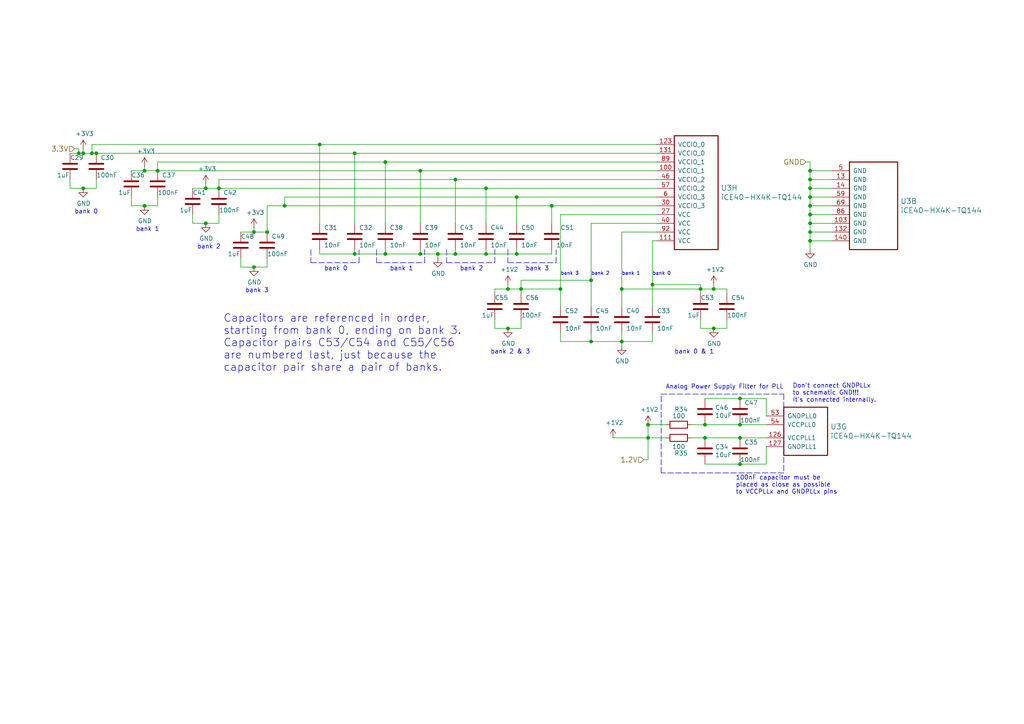
<source format=kicad_sch>
(kicad_sch (version 20231120) (generator "eeschema") (generator_version "8.0")
  (paper "A4")
  (title_block (title "FPGA Decoupling") (date "2020-04-19") (rev "1.2") (company "UTN - Facultad Regional Haedo - Grupo ASE"))
  (junction (at 234.95 69.85))
  (junction (at 77.47 67.31))
  (junction (at 27.94 44.45))
  (junction (at 160.02 59.69))
  (junction (at 22.86 44.45))
  (junction (at 73.66 77.47))
  (junction (at 102.87 73.66))
  (junction (at 207.01 83.82))
  (junction (at 162.56 83.82))
  (junction (at 121.92 49.53))
  (junction (at 111.76 73.66))
  (junction (at 180.34 99.06))
  (junction (at 41.91 49.53))
  (junction (at 102.87 44.45))
  (junction (at 45.72 49.53))
  (junction (at 234.95 52.07))
  (junction (at 204.47 123.19))
  (junction (at 234.95 54.61))
  (junction (at 187.96 123.19))
  (junction (at 151.13 83.82))
  (junction (at 24.13 44.45))
  (junction (at 147.32 95.25))
  (junction (at 234.95 62.23))
  (junction (at 24.13 54.61))
  (junction (at 132.08 52.07))
  (junction (at 234.95 64.77))
  (junction (at 234.95 67.31))
  (junction (at 26.67 44.45))
  (junction (at 189.23 82.55))
  (junction (at 203.2 83.82))
  (junction (at 41.91 59.69))
  (junction (at 171.45 81.28))
  (junction (at 149.86 57.15))
  (junction (at 140.97 54.61))
  (junction (at 121.92 73.66))
  (junction (at 63.5 54.61))
  (junction (at 234.95 57.15))
  (junction (at 234.95 49.53))
  (junction (at 73.66 67.31))
  (junction (at 59.69 64.77))
  (junction (at 92.71 41.91))
  (junction (at 214.63 123.19))
  (junction (at 214.63 127))
  (junction (at 204.47 127))
  (junction (at 147.32 83.82))
  (junction (at 127 73.66))
  (junction (at 82.55 59.69))
  (junction (at 171.45 99.06))
  (junction (at 132.08 73.66))
  (junction (at 214.63 115.57))
  (junction (at 149.86 73.66))
  (junction (at 111.76 46.99))
  (junction (at 207.01 95.25))
  (junction (at 187.96 127))
  (junction (at 180.34 83.82))
  (junction (at 234.95 59.69))
  (junction (at 59.69 54.61))
  (junction (at 140.97 73.66))
  (junction (at 214.63 134.62))
  (wire (pts (xy 121.92 72.39) (xy 121.92 73.66)))
  (wire (pts (xy 149.86 72.39) (xy 149.86 73.66)))
  (wire (pts (xy 214.63 127) (xy 204.47 127)))
  (wire (pts (xy 180.34 99.06) (xy 180.34 100.33)))
  (wire (pts (xy 143.51 95.25) (xy 147.32 95.25)))
  (wire (pts (xy 204.47 134.62) (xy 214.63 134.62)))
  (wire (pts (xy 190.5 62.23) (xy 162.56 62.23)))
  (wire (pts (xy 140.97 54.61) (xy 63.5 54.61)))
  (wire (pts (xy 180.34 67.31) (xy 180.34 83.82)))
  (wire (pts (xy 69.85 77.47) (xy 73.66 77.47)))
  (wire (pts (xy 222.25 123.19) (xy 214.63 123.19)))
  (wire (pts (xy 187.96 133.35) (xy 187.96 127)))
  (wire (pts (xy 20.32 44.45) (xy 22.86 44.45)))
  (wire (pts (xy 102.87 73.66) (xy 102.87 72.39)))
  (wire (pts (xy 92.71 73.66) (xy 92.71 72.39)))
  (wire (pts (xy 207.01 83.82) (xy 210.82 83.82)))
  (wire (pts (xy 59.69 54.61) (xy 63.5 54.61)))
  (wire (pts (xy 149.86 73.66) (xy 160.02 73.66)))
  (wire (pts (xy 162.56 62.23) (xy 162.56 83.82)))
  (polyline (pts (xy 129.54 72.39) (xy 129.54 76.2)) (stroke (width 0) (type dash)))
  (wire (pts (xy 210.82 92.71) (xy 210.82 95.25)))
  (wire (pts (xy 241.3 57.15) (xy 234.95 57.15)))
  (wire (pts (xy 189.23 96.52) (xy 189.23 99.06)))
  (wire (pts (xy 82.55 57.15) (xy 82.55 59.69)))
  (wire (pts (xy 41.91 48.26) (xy 41.91 49.53)))
  (wire (pts (xy 92.71 41.91) (xy 92.71 64.77)))
  (wire (pts (xy 162.56 83.82) (xy 151.13 83.82)))
  (wire (pts (xy 171.45 96.52) (xy 171.45 99.06)))
  (wire (pts (xy 234.95 54.61) (xy 234.95 57.15)))
  (wire (pts (xy 151.13 92.71) (xy 151.13 95.25)))
  (wire (pts (xy 190.5 49.53) (xy 121.92 49.53)))
  (wire (pts (xy 189.23 82.55) (xy 203.2 82.55)))
  (wire (pts (xy 24.13 43.18) (xy 24.13 44.45)))
  (wire (pts (xy 22.86 43.18) (xy 22.86 44.45)))
  (wire (pts (xy 190.5 59.69) (xy 160.02 59.69)))
  (wire (pts (xy 127 73.66) (xy 127 74.93)))
  (wire (pts (xy 132.08 52.07) (xy 132.08 64.77)))
  (wire (pts (xy 21.59 43.18) (xy 22.86 43.18)))
  (wire (pts (xy 63.5 52.07) (xy 132.08 52.07)))
  (wire (pts (xy 55.88 62.23) (xy 55.88 64.77)))
  (wire (pts (xy 203.2 85.09) (xy 203.2 83.82)))
  (wire (pts (xy 147.32 83.82) (xy 151.13 83.82)))
  (wire (pts (xy 241.3 52.07) (xy 234.95 52.07)))
  (polyline (pts (xy 123.19 76.2) (xy 123.19 72.39)) (stroke (width 0) (type dash)))
  (wire (pts (xy 69.85 74.93) (xy 69.85 77.47)))
  (wire (pts (xy 189.23 69.85) (xy 189.23 82.55)))
  (wire (pts (xy 234.95 64.77) (xy 234.95 67.31)))
  (wire (pts (xy 27.94 44.45) (xy 102.87 44.45)))
  (wire (pts (xy 241.3 49.53) (xy 234.95 49.53)))
  (wire (pts (xy 160.02 73.66) (xy 160.02 72.39)))
  (wire (pts (xy 111.76 46.99) (xy 111.76 64.77)))
  (wire (pts (xy 38.1 49.53) (xy 41.91 49.53)))
  (polyline (pts (xy 161.29 76.2) (xy 161.29 72.39)) (stroke (width 0) (type dash)))
  (wire (pts (xy 177.8 127) (xy 187.96 127)))
  (wire (pts (xy 234.95 57.15) (xy 234.95 59.69)))
  (wire (pts (xy 162.56 99.06) (xy 171.45 99.06)))
  (wire (pts (xy 20.32 52.07) (xy 20.32 54.61)))
  (wire (pts (xy 151.13 81.28) (xy 151.13 83.82)))
  (wire (pts (xy 193.04 123.19) (xy 187.96 123.19)))
  (polyline (pts (xy 191.77 114.3) (xy 227.33 114.3)) (stroke (width 0) (type dash)))
  (wire (pts (xy 38.1 59.69) (xy 41.91 59.69)))
  (wire (pts (xy 140.97 54.61) (xy 140.97 64.77)))
  (wire (pts (xy 180.34 96.52) (xy 180.34 99.06)))
  (wire (pts (xy 190.5 44.45) (xy 102.87 44.45)))
  (wire (pts (xy 234.95 52.07) (xy 234.95 54.61)))
  (wire (pts (xy 171.45 81.28) (xy 151.13 81.28)))
  (wire (pts (xy 69.85 67.31) (xy 73.66 67.31)))
  (wire (pts (xy 92.71 73.66) (xy 102.87 73.66)))
  (wire (pts (xy 190.5 52.07) (xy 132.08 52.07)))
  (wire (pts (xy 204.47 123.19) (xy 214.63 123.19)))
  (wire (pts (xy 214.63 134.62) (xy 222.25 134.62)))
  (wire (pts (xy 140.97 72.39) (xy 140.97 73.66)))
  (wire (pts (xy 59.69 53.34) (xy 59.69 54.61)))
  (wire (pts (xy 190.5 69.85) (xy 189.23 69.85)))
  (wire (pts (xy 73.66 66.04) (xy 73.66 67.31)))
  (wire (pts (xy 189.23 82.55) (xy 189.23 88.9)))
  (wire (pts (xy 77.47 59.69) (xy 77.47 67.31)))
  (wire (pts (xy 222.25 115.57) (xy 214.63 115.57)))
  (wire (pts (xy 200.66 123.19) (xy 204.47 123.19)))
  (wire (pts (xy 27.94 52.07) (xy 27.94 54.61)))
  (wire (pts (xy 222.25 127) (xy 214.63 127)))
  (polyline (pts (xy 109.22 72.39) (xy 109.22 76.2)) (stroke (width 0) (type dash)))
  (wire (pts (xy 132.08 72.39) (xy 132.08 73.66)))
  (wire (pts (xy 143.51 85.09) (xy 143.51 83.82)))
  (wire (pts (xy 234.95 46.99) (xy 234.95 49.53)))
  (wire (pts (xy 234.95 49.53) (xy 234.95 52.07)))
  (wire (pts (xy 127 73.66) (xy 132.08 73.66)))
  (wire (pts (xy 241.3 62.23) (xy 234.95 62.23)))
  (wire (pts (xy 233.68 46.99) (xy 234.95 46.99)))
  (polyline (pts (xy 147.32 76.2) (xy 161.29 76.2)) (stroke (width 0) (type dash)))
  (wire (pts (xy 222.25 120.65) (xy 222.25 115.57)))
  (wire (pts (xy 26.67 41.91) (xy 26.67 44.45)))
  (wire (pts (xy 45.72 59.69) (xy 41.91 59.69)))
  (wire (pts (xy 45.72 46.99) (xy 111.76 46.99)))
  (wire (pts (xy 63.5 52.07) (xy 63.5 54.61)))
  (wire (pts (xy 234.95 67.31) (xy 234.95 69.85)))
  (wire (pts (xy 190.5 64.77) (xy 171.45 64.77)))
  (wire (pts (xy 121.92 73.66) (xy 127 73.66)))
  (wire (pts (xy 41.91 49.53) (xy 45.72 49.53)))
  (wire (pts (xy 24.13 44.45) (xy 26.67 44.45)))
  (wire (pts (xy 26.67 44.45) (xy 27.94 44.45)))
  (wire (pts (xy 77.47 74.93) (xy 77.47 77.47)))
  (wire (pts (xy 190.5 46.99) (xy 111.76 46.99)))
  (wire (pts (xy 147.32 82.55) (xy 147.32 83.82)))
  (wire (pts (xy 190.5 57.15) (xy 149.86 57.15)))
  (polyline (pts (xy 109.22 76.2) (xy 123.19 76.2)) (stroke (width 0) (type dash)))
  (wire (pts (xy 63.5 62.23) (xy 63.5 64.77)))
  (wire (pts (xy 210.82 95.25) (xy 207.01 95.25)))
  (wire (pts (xy 162.56 83.82) (xy 162.56 88.9)))
  (wire (pts (xy 222.25 134.62) (xy 222.25 129.54)))
  (wire (pts (xy 45.72 57.15) (xy 45.72 59.69)))
  (wire (pts (xy 203.2 83.82) (xy 207.01 83.82)))
  (wire (pts (xy 132.08 73.66) (xy 140.97 73.66)))
  (wire (pts (xy 189.23 99.06) (xy 180.34 99.06)))
  (wire (pts (xy 27.94 54.61) (xy 24.13 54.61)))
  (wire (pts (xy 200.66 127) (xy 204.47 127)))
  (polyline (pts (xy 129.54 76.2) (xy 143.51 76.2)) (stroke (width 0) (type dash)))
  (polyline (pts (xy 147.32 72.39) (xy 147.32 76.2)) (stroke (width 0) (type dash)))
  (wire (pts (xy 186.69 133.35) (xy 187.96 133.35)))
  (polyline (pts (xy 227.33 137.16) (xy 191.77 137.16)) (stroke (width 0) (type dash)))
  (wire (pts (xy 234.95 69.85) (xy 234.95 72.39)))
  (wire (pts (xy 180.34 83.82) (xy 203.2 83.82)))
  (polyline (pts (xy 104.14 76.2) (xy 104.14 72.39)) (stroke (width 0) (type dash)))
  (wire (pts (xy 190.5 54.61) (xy 140.97 54.61)))
  (wire (pts (xy 210.82 83.82) (xy 210.82 85.09)))
  (wire (pts (xy 102.87 44.45) (xy 102.87 64.77)))
  (wire (pts (xy 160.02 59.69) (xy 160.02 64.77)))
  (wire (pts (xy 55.88 54.61) (xy 59.69 54.61)))
  (wire (pts (xy 190.5 41.91) (xy 92.71 41.91)))
  (wire (pts (xy 151.13 83.82) (xy 151.13 85.09)))
  (wire (pts (xy 102.87 73.66) (xy 111.76 73.66)))
  (wire (pts (xy 207.01 82.55) (xy 207.01 83.82)))
  (wire (pts (xy 20.32 54.61) (xy 24.13 54.61)))
  (wire (pts (xy 26.67 41.91) (xy 92.71 41.91)))
  (wire (pts (xy 143.51 83.82) (xy 147.32 83.82)))
  (wire (pts (xy 149.86 57.15) (xy 149.86 64.77)))
  (wire (pts (xy 82.55 59.69) (xy 77.47 59.69)))
  (polyline (pts (xy 191.77 137.16) (xy 191.77 114.3)) (stroke (width 0) (type dash)))
  (wire (pts (xy 151.13 95.25) (xy 147.32 95.25)))
  (wire (pts (xy 234.95 59.69) (xy 234.95 62.23)))
  (wire (pts (xy 203.2 82.55) (xy 203.2 83.82)))
  (wire (pts (xy 190.5 67.31) (xy 180.34 67.31)))
  (wire (pts (xy 203.2 95.25) (xy 207.01 95.25)))
  (wire (pts (xy 203.2 92.71) (xy 203.2 95.25)))
  (wire (pts (xy 241.3 69.85) (xy 234.95 69.85)))
  (polyline (pts (xy 143.51 76.2) (xy 143.51 72.39)) (stroke (width 0) (type dash)))
  (wire (pts (xy 149.86 57.15) (xy 82.55 57.15)))
  (wire (pts (xy 121.92 49.53) (xy 121.92 64.77)))
  (wire (pts (xy 140.97 73.66) (xy 149.86 73.66)))
  (polyline (pts (xy 90.17 76.2) (xy 104.14 76.2)) (stroke (width 0) (type dash)))
  (wire (pts (xy 204.47 115.57) (xy 214.63 115.57)))
  (wire (pts (xy 241.3 54.61) (xy 234.95 54.61)))
  (wire (pts (xy 77.47 77.47) (xy 73.66 77.47)))
  (wire (pts (xy 111.76 72.39) (xy 111.76 73.66)))
  (wire (pts (xy 171.45 99.06) (xy 180.34 99.06)))
  (wire (pts (xy 234.95 62.23) (xy 234.95 64.77)))
  (wire (pts (xy 55.88 64.77) (xy 59.69 64.77)))
  (wire (pts (xy 241.3 64.77) (xy 234.95 64.77)))
  (wire (pts (xy 187.96 127) (xy 193.04 127)))
  (wire (pts (xy 38.1 57.15) (xy 38.1 59.69)))
  (wire (pts (xy 241.3 59.69) (xy 234.95 59.69)))
  (wire (pts (xy 180.34 83.82) (xy 180.34 88.9)))
  (wire (pts (xy 111.76 73.66) (xy 121.92 73.66)))
  (wire (pts (xy 187.96 127) (xy 187.96 123.19)))
  (wire (pts (xy 171.45 64.77) (xy 171.45 81.28)))
  (wire (pts (xy 45.72 49.53) (xy 121.92 49.53)))
  (polyline (pts (xy 90.17 72.39) (xy 90.17 76.2)) (stroke (width 0) (type dash)))
  (polyline (pts (xy 227.33 114.3) (xy 227.33 137.16)) (stroke (width 0) (type dash)))
  (wire (pts (xy 171.45 81.28) (xy 171.45 88.9)))
  (wire (pts (xy 63.5 64.77) (xy 59.69 64.77)))
  (wire (pts (xy 45.72 46.99) (xy 45.72 49.53)))
  (wire (pts (xy 160.02 59.69) (xy 82.55 59.69)))
  (wire (pts (xy 143.51 92.71) (xy 143.51 95.25)))
  (wire (pts (xy 73.66 67.31) (xy 77.47 67.31)))
  (wire (pts (xy 241.3 67.31) (xy 234.95 67.31)))
  (wire (pts (xy 162.56 96.52) (xy 162.56 99.06)))
  (wire (pts (xy 22.86 44.45) (xy 24.13 44.45)))
  (text "bank 3" (at 162.56 80.01 0) (effects (font (size 0.9906 0.9906)) (justify left bottom)))
  (text "bank 1" (at 39.37 67.31 0) (effects (font (size 1.27 1.27)) (justify left bottom)))
  (text "100nF capacitor must be\nplaced as close as possible\nto VCCPLLx and GNDPLLx pins" (at 213.36 143.51 0) (effects (font (size 1.27 1.27)) (justify left bottom)))
  (text "bank 1" (at 180.34 80.01 0) (effects (font (size 0.9906 0.9906)) (justify left bottom)))
  (text "Analog Power Supply Filter for PLL" (at 193.04 113.03 0) (effects (font (size 1.27 1.27)) (justify left bottom)))
  (text "bank 0 & 1" (at 195.58 102.87 0) (effects (font (size 1.27 1.27)) (justify left bottom)))
  (text "bank 3" (at 152.4 78.74 0) (effects (font (size 1.27 1.27)) (justify left bottom)))
  (text "bank 2 & 3" (at 142.24 102.87 0) (effects (font (size 1.27 1.27)) (justify left bottom)))
  (text "bank 0" (at 93.98 78.74 0) (effects (font (size 1.27 1.27)) (justify left bottom)))
  (text "bank 3" (at 71.12 85.09 0) (effects (font (size 1.27 1.27)) (justify left bottom)))
  (text "bank 0" (at 189.23 80.01 0) (effects (font (size 0.9906 0.9906)) (justify left bottom)))
  (text "bank 2" (at 133.35 78.74 0) (effects (font (size 1.27 1.27)) (justify left bottom)))
  (text "bank 2" (at 57.15 72.39 0) (effects (font (size 1.27 1.27)) (justify left bottom)))
  (text "bank 1" (at 113.03 78.74 0) (effects (font (size 1.27 1.27)) (justify left bottom)))
  (text "Don't connect GNDPLLx\nto schematic GND!!!\nIt's connected internally." (at 229.87 116.84 0) (effects (font (size 1.27 1.27)) (justify left bottom)))
  (text "bank 2" (at 171.45 80.01 0) (effects (font (size 0.9906 0.9906)) (justify left bottom)))
  (text "Capacitors are referenced in order,\nstarting from bank 0, ending on bank 3.\nCapacitor pairs C53/C54 and C55/C56\nare numbered last, just because the \ncapacitor pair share a pair of banks." (at 64.77 107.95 0) (effects (font (size 2.2098 2.2098)) (justify left bottom)))
  (text "bank 0" (at 21.59 62.23 0) (effects (font (size 1.27 1.27)) (justify left bottom)))
  (hierarchical_label "1.2V" (shape input) (at 186.69 133.35 180) (effects (font (size 1.4986 1.4986))))
  (hierarchical_label "GND" (shape input) (at 233.68 46.99 180) (effects (font (size 1.4986 1.4986))))
  (hierarchical_label "3.3V" (shape input) (at 21.59 43.18 180) (effects (font (size 1.4986 1.4986))))
  (symbol (lib_id "FPGA para todos-rescue:C-Device-FPGA-para-todos-rescue") (at 160.02 68.58 0) (unit 1)
    (property "Reference" "C51" (at 162.56 66.04 0) (effects (justify left)))
    (property "Value" "10nF" (at 161.29 71.12 0) (effects (justify left)))
    (property "Footprint" "footprints:C_0805_2012Metric_Pad1.15x1.40mm_HandSolder" (effects (hide yes)))
    (property "Description" "Decoupling cap" (effects (hide yes)))
    (property "EmptyField" "-" (effects (hide yes)))
    (property "DatasheetName" "SURFACE-MOUNT CERAMIC MULTILAYER CAPACITORS" (effects (hide yes)))
    (property "DatasheetLink" "https://ar.mouser.com/datasheet/2/447/UPY-GPHC_X7R_6.3V-to-50V_18-1154002.pdf" (effects (hide yes)))
    (property "Manufacturer" "YAGEO" (effects (hide yes)))
    (property "OrderCode" "CC0805KRX7R7BB103 " (effects (hide yes)))
    (property "ProviderLink" "https://ar.mouser.com/ProductDetail/Yageo/CC0805KRX7R7BB103?qs=sGAEpiMZZMs0AnBnWHyRQAqZuYDIKiCDic8tFvJ0DLk1elEorQqHTA%3D%3D" (effects (hide yes)))
    (property "ProviderOrderCode" "603-CC0805KRX77BB103" (effects (hide yes)))
    (property "ComponentTechnology" "Ceramic - X7R TC material" (effects (hide yes)))
  )
  (symbol (lib_id "FPGA para todos-rescue:GND-power-FPGA-para-todos-rescue") (at 207.01 95.25 0) (unit 1)
    (property "Reference" "#PWR016" (effects (hide yes)))
    (property "Value" "GND" (at 207.137 99.6442 0))
  )
  (symbol (lib_id "FPGA para todos-rescue:C-Device-FPGA-para-todos-rescue") (at 111.76 68.58 0) (unit 1)
    (property "Reference" "C38" (at 113.03 66.04 0) (effects (justify left)))
    (property "Value" "10nF" (at 113.03 71.12 0) (effects (justify left)))
    (property "Footprint" "footprints:C_0805_2012Metric_Pad1.15x1.40mm_HandSolder" (effects (hide yes)))
    (property "Description" "Decoupling cap" (effects (hide yes)))
    (property "EmptyField" "-" (effects (hide yes)))
    (property "DatasheetName" "SURFACE-MOUNT CERAMIC MULTILAYER CAPACITORS" (effects (hide yes)))
    (property "DatasheetLink" "https://ar.mouser.com/datasheet/2/447/UPY-GPHC_X7R_6.3V-to-50V_18-1154002.pdf" (effects (hide yes)))
    (property "Manufacturer" "YAGEO" (effects (hide yes)))
    (property "OrderCode" "CC0805KRX7R7BB103 " (effects (hide yes)))
    (property "ProviderLink" "https://ar.mouser.com/ProductDetail/Yageo/CC0805KRX7R7BB103?qs=sGAEpiMZZMs0AnBnWHyRQAqZuYDIKiCDic8tFvJ0DLk1elEorQqHTA%3D%3D" (effects (hide yes)))
    (property "ProviderOrderCode" "603-CC0805KRX77BB103" (effects (hide yes)))
    (property "ComponentTechnology" "Ceramic - X7R TC material" (effects (hide yes)))
  )
  (symbol (lib_id "FPGA para todos-rescue:C-Device-FPGA-para-todos-rescue") (at 210.82 88.9 0) (unit 1)
    (property "Reference" "C54" (at 212.09 86.36 0) (effects (justify left)))
    (property "Value" "100nF" (at 210.82 91.44 0) (effects (justify left)))
    (property "Footprint" "footprints:C_0805_2012Metric_Pad1.15x1.40mm_HandSolder" (effects (hide yes)))
    (property "Description" "Decoupling cap - 6.3V" (effects (hide yes)))
    (property "EmptyField" "-" (effects (hide yes)))
    (property "DatasheetName" "SURFACE-MOUNT CERAMIC MULTILAYER CAPACITORS" (effects (hide yes)))
    (property "DatasheetLink" "https://ar.mouser.com/datasheet/2/447/UPY-GPHC_X7R_6.3V-to-50V_18-1154002.pdf" (effects (hide yes)))
    (property "Manufacturer" "YAGEO" (effects (hide yes)))
    (property "OrderCode" "CC0805KRX7R5BB104 " (effects (hide yes)))
    (property "ProviderLink" "https://ar.mouser.com/ProductDetail/Yageo/CC0805KRX7R5BB104?qs=UgE%2F0m3bTsYCB3fBtxx4RA%3D%3D" (effects (hide yes)))
    (property "ProviderOrderCode" "603-CC0805KRX75BB104 " (effects (hide yes)))
    (property "ComponentTechnology" "Ceramic - X7R TC material" (effects (hide yes)))
  )
  (symbol (lib_id "FPGA para todos-rescue:GND-power-FPGA-para-todos-rescue") (at 59.69 64.77 0) (unit 1)
    (property "Reference" "#PWR06" (effects (hide yes)))
    (property "Value" "GND" (at 59.817 69.1642 0))
  )
  (symbol (lib_id "FPGA para todos-rescue:+3.3V-power-FPGA-para-todos-rescue") (at 59.69 53.34 0) (unit 1)
    (property "Reference" "#PWR05" (effects (hide yes)))
    (property "Value" "+3V3" (at 60.071 48.9458 0))
  )
  (symbol (lib_id "FPGA para todos-rescue:GND-power-FPGA-para-todos-rescue") (at 127 74.93 0) (unit 1)
    (property "Reference" "#PWR09" (effects (hide yes)))
    (property "Value" "GND" (at 127.127 79.3242 0))
  )
  (symbol (lib_id "FPGA para todos-rescue:C-Device-FPGA-para-todos-rescue") (at 132.08 68.58 0) (unit 1)
    (property "Reference" "C43" (at 133.35 66.04 0) (effects (justify left)))
    (property "Value" "10nF" (at 133.35 71.12 0) (effects (justify left)))
    (property "Footprint" "footprints:C_0805_2012Metric_Pad1.15x1.40mm_HandSolder" (effects (hide yes)))
    (property "Description" "Decoupling cap" (effects (hide yes)))
    (property "EmptyField" "-" (effects (hide yes)))
    (property "DatasheetName" "SURFACE-MOUNT CERAMIC MULTILAYER CAPACITORS" (effects (hide yes)))
    (property "DatasheetLink" "https://ar.mouser.com/datasheet/2/447/UPY-GPHC_X7R_6.3V-to-50V_18-1154002.pdf" (effects (hide yes)))
    (property "Manufacturer" "YAGEO" (effects (hide yes)))
    (property "OrderCode" "CC0805KRX7R7BB103 " (effects (hide yes)))
    (property "ProviderLink" "https://ar.mouser.com/ProductDetail/Yageo/CC0805KRX7R7BB103?qs=sGAEpiMZZMs0AnBnWHyRQAqZuYDIKiCDic8tFvJ0DLk1elEorQqHTA%3D%3D" (effects (hide yes)))
    (property "ProviderOrderCode" "603-CC0805KRX77BB103" (effects (hide yes)))
    (property "ComponentTechnology" "Ceramic - X7R TC material" (effects (hide yes)))
  )
  (symbol (lib_id "FPGA para todos-rescue:C-Device-FPGA-para-todos-rescue") (at 55.88 58.42 0) (unit 1)
    (property "Reference" "C41" (at 55.88 55.88 0) (effects (justify left)))
    (property "Value" "1uF" (at 52.07 60.96 0) (effects (justify left)))
    (property "Footprint" "footprints:C_0805_2012Metric_Pad1.15x1.40mm_HandSolder" (effects (hide yes)))
    (property "Description" "Decoupling cap" (effects (hide yes)))
    (property "EmptyField" "-" (effects (hide yes)))
    (property "DatasheetName" "SURFACE MOUNT MULTILAYER CERAMIC CAPACITORS" (effects (hide yes)))
    (property "DatasheetLink" "https://ar.mouser.com/datasheet/2/447/UPY-GPHC_X5R_4V-to-50V_25-1131599.pdf" (effects (hide yes)))
    (property "Manufacturer" "YAGEO" (effects (hide yes)))
    (property "OrderCode" "CC0805KKX5R5BB105" (effects (hide yes)))
    (property "ProviderLink" "https://ar.mouser.com/ProductDetail/Yageo/CC0805KKX5R5BB105?qs=sGAEpiMZZMs0AnBnWHyRQItaX7oCOlrYATfCxbY6oYM%3D" (effects (hide yes)))
    (property "ProviderOrderCode" "603-CC0805KR5BB105" (effects (hide yes)))
    (property "ComponentTechnology" "ceramic - X5R series chip capacitors" (effects (hide yes)))
  )
  (symbol (lib_id "ice40-hx4k-tq144:iCE40-HX4K-TQ144") (at 222.25 120.65 0) (unit 7)
    (property "Reference" "U3" (at 240.8174 123.7488 0) (effects (font (size 1.524 1.524)) (justify left)))
    (property "Value" "iCE40-HX4K-TQ144" (at 240.8174 126.4412 0) (effects (font (size 1.524 1.524)) (justify left)))
    (property "Footprint" "footprints:QFP50P2200X2200X160-144N" (effects (hide yes)))
    (property "Description" "FPGA - Field Programmable Gate Array iCE40HX 3520 LUTs 1.2V Ultra Low-Power" (effects (hide yes)))
    (property "EmptyField" "-" (effects (hide yes)))
    (property "DatasheetName" "iCE40 LP/HX Family" (effects (hide yes)))
    (property "DatasheetLink" "https://ar.mouser.com/datasheet/2/225/FPGA-DS-02029-3-5-iCE40-LP-HX-Family-Data-Sheet-1022803.pdf" (effects (hide yes)))
    (property "Manufacturer" "Lattice" (effects (hide yes)))
    (property "OrderCode" "iCE40HX4K-TQ144" (effects (hide yes)))
    (property "ProviderLink" "https://ar.mouser.com/ProductDetail/Lattice/iCE40HX4K-TQ144?qs=%2Fha2pyFaduhJzbKPIVyuV1AxwgvoWTwReZRNA8sS2pFlkrTUNkMLRQ%3D%3D" (effects (hide yes)))
    (property "ProviderOrderCode" "842-ICE40HX4K-TQ144" (effects (hide yes)))
    (property "ComponentTechnology" "-" (effects (hide yes)))
  )
  (symbol (lib_id "FPGA para todos-rescue:C-Device-FPGA-para-todos-rescue") (at 102.87 68.58 0) (unit 1)
    (property "Reference" "C32" (at 104.14 66.04 0) (effects (justify left)))
    (property "Value" "10nF" (at 104.14 71.12 0) (effects (justify left)))
    (property "Footprint" "footprints:C_0805_2012Metric_Pad1.15x1.40mm_HandSolder" (effects (hide yes)))
    (property "Description" "Decoupling cap" (effects (hide yes)))
    (property "EmptyField" "-" (effects (hide yes)))
    (property "DatasheetName" "SURFACE-MOUNT CERAMIC MULTILAYER CAPACITORS" (effects (hide yes)))
    (property "DatasheetLink" "https://ar.mouser.com/datasheet/2/447/UPY-GPHC_X7R_6.3V-to-50V_18-1154002.pdf" (effects (hide yes)))
    (property "Manufacturer" "YAGEO" (effects (hide yes)))
    (property "OrderCode" "CC0805KRX7R7BB103 " (effects (hide yes)))
    (property "ProviderLink" "https://ar.mouser.com/ProductDetail/Yageo/CC0805KRX7R7BB103?qs=sGAEpiMZZMs0AnBnWHyRQAqZuYDIKiCDic8tFvJ0DLk1elEorQqHTA%3D%3D" (effects (hide yes)))
    (property "ProviderOrderCode" "603-CC0805KRX77BB103" (effects (hide yes)))
    (property "ComponentTechnology" "Ceramic - X7R TC material" (effects (hide yes)))
  )
  (symbol (lib_id "FPGA para todos-rescue:C-Device-FPGA-para-todos-rescue") (at 151.13 88.9 0) (unit 1)
    (property "Reference" "C56" (at 152.4 86.36 0) (effects (justify left)))
    (property "Value" "100nF" (at 151.13 91.44 0) (effects (justify left)))
    (property "Footprint" "footprints:C_0805_2012Metric_Pad1.15x1.40mm_HandSolder" (effects (hide yes)))
    (property "Description" "Decoupling cap - 6.3V" (effects (hide yes)))
    (property "EmptyField" "-" (effects (hide yes)))
    (property "DatasheetName" "SURFACE-MOUNT CERAMIC MULTILAYER CAPACITORS" (effects (hide yes)))
    (property "DatasheetLink" "https://ar.mouser.com/datasheet/2/447/UPY-GPHC_X7R_6.3V-to-50V_18-1154002.pdf" (effects (hide yes)))
    (property "Manufacturer" "YAGEO" (effects (hide yes)))
    (property "OrderCode" "CC0805KRX7R5BB104 " (effects (hide yes)))
    (property "ProviderLink" "https://ar.mouser.com/ProductDetail/Yageo/CC0805KRX7R5BB104?qs=UgE%2F0m3bTsYCB3fBtxx4RA%3D%3D" (effects (hide yes)))
    (property "ProviderOrderCode" "603-CC0805KRX75BB104 " (effects (hide yes)))
    (property "ComponentTechnology" "Ceramic - X7R TC material" (effects (hide yes)))
  )
  (symbol (lib_id "FPGA para todos-rescue:C-Device-FPGA-para-todos-rescue") (at 121.92 68.58 0) (unit 1)
    (property "Reference" "C39" (at 123.19 66.04 0) (effects (justify left)))
    (property "Value" "10nF" (at 123.19 71.12 0) (effects (justify left)))
    (property "Footprint" "footprints:C_0805_2012Metric_Pad1.15x1.40mm_HandSolder" (effects (hide yes)))
    (property "Description" "Decoupling cap" (effects (hide yes)))
    (property "EmptyField" "-" (effects (hide yes)))
    (property "DatasheetName" "SURFACE-MOUNT CERAMIC MULTILAYER CAPACITORS" (effects (hide yes)))
    (property "DatasheetLink" "https://ar.mouser.com/datasheet/2/447/UPY-GPHC_X7R_6.3V-to-50V_18-1154002.pdf" (effects (hide yes)))
    (property "Manufacturer" "YAGEO" (effects (hide yes)))
    (property "OrderCode" "CC0805KRX7R7BB103 " (effects (hide yes)))
    (property "ProviderLink" "https://ar.mouser.com/ProductDetail/Yageo/CC0805KRX7R7BB103?qs=sGAEpiMZZMs0AnBnWHyRQAqZuYDIKiCDic8tFvJ0DLk1elEorQqHTA%3D%3D" (effects (hide yes)))
    (property "ProviderOrderCode" "603-CC0805KRX77BB103" (effects (hide yes)))
    (property "ComponentTechnology" "Ceramic - X7R TC material" (effects (hide yes)))
  )
  (symbol (lib_id "FPGA para todos-rescue:+3.3V-power-FPGA-para-todos-rescue") (at 73.66 66.04 0) (unit 1)
    (property "Reference" "#PWR07" (effects (hide yes)))
    (property "Value" "+3V3" (at 74.041 61.6458 0))
  )
  (symbol (lib_id "FPGA para todos-rescue:C-Device-FPGA-para-todos-rescue") (at 180.34 92.71 0) (unit 1)
    (property "Reference" "C40" (at 181.61 90.17 0) (effects (justify left)))
    (property "Value" "10nF" (at 181.61 95.25 0) (effects (justify left)))
    (property "Footprint" "footprints:C_0805_2012Metric_Pad1.15x1.40mm_HandSolder" (effects (hide yes)))
    (property "Description" "Decoupling cap" (effects (hide yes)))
    (property "EmptyField" "-" (effects (hide yes)))
    (property "DatasheetName" "SURFACE-MOUNT CERAMIC MULTILAYER CAPACITORS" (effects (hide yes)))
    (property "DatasheetLink" "https://ar.mouser.com/datasheet/2/447/UPY-GPHC_X7R_6.3V-to-50V_18-1154002.pdf" (effects (hide yes)))
    (property "Manufacturer" "YAGEO" (effects (hide yes)))
    (property "OrderCode" "CC0805KRX7R7BB103 " (effects (hide yes)))
    (property "ProviderLink" "https://ar.mouser.com/ProductDetail/Yageo/CC0805KRX7R7BB103?qs=sGAEpiMZZMs0AnBnWHyRQAqZuYDIKiCDic8tFvJ0DLk1elEorQqHTA%3D%3D" (effects (hide yes)))
    (property "ProviderOrderCode" "603-CC0805KRX77BB103" (effects (hide yes)))
    (property "ComponentTechnology" "Ceramic - X7R TC material" (effects (hide yes)))
  )
  (symbol (lib_id "FPGA para todos-rescue:GND-power-FPGA-para-todos-rescue") (at 147.32 95.25 0) (unit 1)
    (property "Reference" "#PWR011" (effects (hide yes)))
    (property "Value" "GND" (at 147.447 99.6442 0))
  )
  (symbol (lib_id "FPGA para todos-rescue:R-Device-FPGA-para-todos-rescue") (at 196.85 127 270) (unit 1)
    (property "Reference" "R35" (at 195.58 131.445 90) (effects (justify left)))
    (property "Value" "100" (at 194.945 129.54 90) (effects (justify left)))
    (property "Footprint" "footprints:R_0805_2012Metric_Pad1.15x1.40mm_HandSolder" (effects (hide yes)))
    (property "Description" "Thick Film Resistors - SMD 100 OHM 1%" (effects (hide yes)))
    (property "EmptyField" "-" (effects (hide yes)))
    (property "DatasheetName" "GENERAL PURPOSE CHIP RESISTORS" (effects (hide yes)))
    (property "DatasheetLink" "https://ar.mouser.com/datasheet/2/447/PYu-RC_Group_51_RoHS_L_10-1527934.pdf" (effects (hide yes)))
    (property "Manufacturer" "YAGEO" (effects (hide yes)))
    (property "OrderCode" "RC0805FR-13100RL" (effects (hide yes)))
    (property "ProviderLink" "https://ar.mouser.com/ProductDetail/Yageo/RC0805FR-13100RL?qs=sGAEpiMZZMu61qfTUdNhG6gKAQVNBKOogGpeyg%252BMuu0%3D" (effects (hide yes)))
    (property "ProviderOrderCode" "603-RC0805FR-13100RL" (effects (hide yes)))
    (property "ComponentTechnology" "-" (effects (hide yes)))
  )
  (symbol (lib_id "FPGA para todos-rescue:C-Device-FPGA-para-todos-rescue") (at 143.51 88.9 0) (unit 1)
    (property "Reference" "C55" (at 143.51 86.36 0) (effects (justify left)))
    (property "Value" "1uF" (at 139.7 91.44 0) (effects (justify left)))
    (property "Footprint" "footprints:C_0805_2012Metric_Pad1.15x1.40mm_HandSolder" (effects (hide yes)))
    (property "Description" "Decoupling cap" (effects (hide yes)))
    (property "EmptyField" "-" (effects (hide yes)))
    (property "DatasheetName" "SURFACE MOUNT MULTILAYER CERAMIC CAPACITORS" (effects (hide yes)))
    (property "DatasheetLink" "https://ar.mouser.com/datasheet/2/447/UPY-GPHC_X5R_4V-to-50V_25-1131599.pdf" (effects (hide yes)))
    (property "Manufacturer" "YAGEO" (effects (hide yes)))
    (property "OrderCode" "CC0805KKX5R5BB105" (effects (hide yes)))
    (property "ProviderLink" "https://ar.mouser.com/ProductDetail/Yageo/CC0805KKX5R5BB105?qs=sGAEpiMZZMs0AnBnWHyRQItaX7oCOlrYATfCxbY6oYM%3D" (effects (hide yes)))
    (property "ProviderOrderCode" "603-CC0805KR5BB105" (effects (hide yes)))
    (property "ComponentTechnology" "ceramic - X5R series chip capacitors" (effects (hide yes)))
  )
  (symbol (lib_id "FPGA para todos-rescue:C-Device-FPGA-para-todos-rescue") (at 162.56 92.71 0) (unit 1)
    (property "Reference" "C52" (at 163.83 90.17 0) (effects (justify left)))
    (property "Value" "10nF" (at 163.83 95.25 0) (effects (justify left)))
    (property "Footprint" "footprints:C_0805_2012Metric_Pad1.15x1.40mm_HandSolder" (effects (hide yes)))
    (property "Description" "Decoupling cap" (effects (hide yes)))
    (property "EmptyField" "-" (effects (hide yes)))
    (property "DatasheetName" "SURFACE-MOUNT CERAMIC MULTILAYER CAPACITORS" (effects (hide yes)))
    (property "DatasheetLink" "https://ar.mouser.com/datasheet/2/447/UPY-GPHC_X7R_6.3V-to-50V_18-1154002.pdf" (effects (hide yes)))
    (property "Manufacturer" "YAGEO" (effects (hide yes)))
    (property "OrderCode" "CC0805KRX7R7BB103 " (effects (hide yes)))
    (property "ProviderLink" "https://ar.mouser.com/ProductDetail/Yageo/CC0805KRX7R7BB103?qs=sGAEpiMZZMs0AnBnWHyRQAqZuYDIKiCDic8tFvJ0DLk1elEorQqHTA%3D%3D" (effects (hide yes)))
    (property "ProviderOrderCode" "603-CC0805KRX77BB103" (effects (hide yes)))
    (property "ComponentTechnology" "Ceramic - X7R TC material" (effects (hide yes)))
  )
  (symbol (lib_id "FPGA para todos-rescue:+1V2-power-FPGA-para-todos-rescue") (at 177.8 127 0) (unit 1)
    (property "Reference" "#PWR012" (effects (hide yes)))
    (property "Value" "+1V2" (at 178.181 122.6058 0))
  )
  (symbol (lib_id "FPGA para todos-rescue:C-Device-FPGA-para-todos-rescue") (at 140.97 68.58 0) (unit 1)
    (property "Reference" "C44" (at 142.24 66.04 0) (effects (justify left)))
    (property "Value" "10nF" (at 142.24 71.12 0) (effects (justify left)))
    (property "Footprint" "footprints:C_0805_2012Metric_Pad1.15x1.40mm_HandSolder" (effects (hide yes)))
    (property "Description" "Decoupling cap" (effects (hide yes)))
    (property "EmptyField" "-" (effects (hide yes)))
    (property "DatasheetName" "SURFACE-MOUNT CERAMIC MULTILAYER CAPACITORS" (effects (hide yes)))
    (property "DatasheetLink" "https://ar.mouser.com/datasheet/2/447/UPY-GPHC_X7R_6.3V-to-50V_18-1154002.pdf" (effects (hide yes)))
    (property "Manufacturer" "YAGEO" (effects (hide yes)))
    (property "OrderCode" "CC0805KRX7R7BB103 " (effects (hide yes)))
    (property "ProviderLink" "https://ar.mouser.com/ProductDetail/Yageo/CC0805KRX7R7BB103?qs=sGAEpiMZZMs0AnBnWHyRQAqZuYDIKiCDic8tFvJ0DLk1elEorQqHTA%3D%3D" (effects (hide yes)))
    (property "ProviderOrderCode" "603-CC0805KRX77BB103" (effects (hide yes)))
    (property "ComponentTechnology" "Ceramic - X7R TC material" (effects (hide yes)))
  )
  (symbol (lib_id "FPGA para todos-rescue:GND-power-FPGA-para-todos-rescue") (at 41.91 59.69 0) (unit 1)
    (property "Reference" "#PWR04" (effects (hide yes)))
    (property "Value" "GND" (at 42.037 64.0842 0))
  )
  (symbol (lib_id "FPGA para todos-rescue:GND-power-FPGA-para-todos-rescue") (at 73.66 77.47 0) (unit 1)
    (property "Reference" "#PWR08" (effects (hide yes)))
    (property "Value" "GND" (at 73.787 81.8642 0))
  )
  (symbol (lib_id "FPGA para todos-rescue:C-Device-FPGA-para-todos-rescue") (at 27.94 48.26 0) (unit 1)
    (property "Reference" "C30" (at 29.21 45.72 0) (effects (justify left)))
    (property "Value" "100nF" (at 27.94 50.8 0) (effects (justify left)))
    (property "Footprint" "footprints:C_0805_2012Metric_Pad1.15x1.40mm_HandSolder" (effects (hide yes)))
    (property "Description" "Decoupling cap - 6.3V" (effects (hide yes)))
    (property "EmptyField" "-" (effects (hide yes)))
    (property "DatasheetName" "SURFACE-MOUNT CERAMIC MULTILAYER CAPACITORS" (effects (hide yes)))
    (property "DatasheetLink" "https://ar.mouser.com/datasheet/2/447/UPY-GPHC_X7R_6.3V-to-50V_18-1154002.pdf" (effects (hide yes)))
    (property "Manufacturer" "YAGEO" (effects (hide yes)))
    (property "OrderCode" "CC0805KRX7R5BB104 " (effects (hide yes)))
    (property "ProviderLink" "https://ar.mouser.com/ProductDetail/Yageo/CC0805KRX7R5BB104?qs=UgE%2F0m3bTsYCB3fBtxx4RA%3D%3D" (effects (hide yes)))
    (property "ProviderOrderCode" "603-CC0805KRX75BB104 " (effects (hide yes)))
    (property "ComponentTechnology" "Ceramic - X7R TC material" (effects (hide yes)))
  )
  (symbol (lib_id "ice40-hx4k-tq144:iCE40-HX4K-TQ144") (at 190.5 41.91 0) (unit 8)
    (property "Reference" "U3" (at 209.0674 54.5338 0) (effects (font (size 1.524 1.524)) (justify left)))
    (property "Value" "iCE40-HX4K-TQ144" (at 209.0674 57.2262 0) (effects (font (size 1.524 1.524)) (justify left)))
    (property "Footprint" "footprints:QFP50P2200X2200X160-144N" (effects (hide yes)))
    (property "Description" "FPGA - Field Programmable Gate Array iCE40HX 3520 LUTs 1.2V Ultra Low-Power" (effects (hide yes)))
    (property "EmptyField" "-" (effects (hide yes)))
    (property "DatasheetName" "iCE40 LP/HX Family" (effects (hide yes)))
    (property "DatasheetLink" "https://ar.mouser.com/datasheet/2/225/FPGA-DS-02029-3-5-iCE40-LP-HX-Family-Data-Sheet-1022803.pdf" (effects (hide yes)))
    (property "Manufacturer" "Lattice" (effects (hide yes)))
    (property "OrderCode" "iCE40HX4K-TQ144" (effects (hide yes)))
    (property "ProviderLink" "https://ar.mouser.com/ProductDetail/Lattice/iCE40HX4K-TQ144?qs=%2Fha2pyFaduhJzbKPIVyuV1AxwgvoWTwReZRNA8sS2pFlkrTUNkMLRQ%3D%3D" (effects (hide yes)))
    (property "ProviderOrderCode" "842-ICE40HX4K-TQ144" (effects (hide yes)))
    (property "ComponentTechnology" "-" (effects (hide yes)))
  )
  (symbol (lib_id "FPGA para todos-rescue:C-Device-FPGA-para-todos-rescue") (at 20.32 48.26 0) (unit 1)
    (property "Reference" "C29" (at 20.32 45.72 0) (effects (justify left)))
    (property "Value" "1uF" (at 16.51 50.8 0) (effects (justify left)))
    (property "Footprint" "footprints:C_0805_2012Metric_Pad1.15x1.40mm_HandSolder" (effects (hide yes)))
    (property "Description" "Decoupling cap" (effects (hide yes)))
    (property "EmptyField" "-" (effects (hide yes)))
    (property "DatasheetName" "SURFACE MOUNT MULTILAYER CERAMIC CAPACITORS" (effects (hide yes)))
    (property "DatasheetLink" "https://ar.mouser.com/datasheet/2/447/UPY-GPHC_X5R_4V-to-50V_25-1131599.pdf" (effects (hide yes)))
    (property "Manufacturer" "YAGEO" (effects (hide yes)))
    (property "OrderCode" "CC0805KKX5R5BB105" (effects (hide yes)))
    (property "ProviderLink" "https://ar.mouser.com/ProductDetail/Yageo/CC0805KKX5R5BB105?qs=sGAEpiMZZMs0AnBnWHyRQItaX7oCOlrYATfCxbY6oYM%3D" (effects (hide yes)))
    (property "ProviderOrderCode" "603-CC0805KR5BB105" (effects (hide yes)))
    (property "ComponentTechnology" "ceramic - X5R series chip capacitors" (effects (hide yes)))
  )
  (symbol (lib_id "FPGA para todos-rescue:C-Device-FPGA-para-todos-rescue") (at 38.1 53.34 0) (unit 1)
    (property "Reference" "C36" (at 38.1 50.8 0) (effects (justify left)))
    (property "Value" "1uF" (at 34.29 55.88 0) (effects (justify left)))
    (property "Footprint" "footprints:C_0805_2012Metric_Pad1.15x1.40mm_HandSolder" (effects (hide yes)))
    (property "Description" "Decoupling cap" (effects (hide yes)))
    (property "EmptyField" "-" (effects (hide yes)))
    (property "DatasheetName" "SURFACE MOUNT MULTILAYER CERAMIC CAPACITORS" (effects (hide yes)))
    (property "DatasheetLink" "https://ar.mouser.com/datasheet/2/447/UPY-GPHC_X5R_4V-to-50V_25-1131599.pdf" (effects (hide yes)))
    (property "Manufacturer" "YAGEO" (effects (hide yes)))
    (property "OrderCode" "CC0805KKX5R5BB105" (effects (hide yes)))
    (property "ProviderLink" "https://ar.mouser.com/ProductDetail/Yageo/CC0805KKX5R5BB105?qs=sGAEpiMZZMs0AnBnWHyRQItaX7oCOlrYATfCxbY6oYM%3D" (effects (hide yes)))
    (property "ProviderOrderCode" "603-CC0805KR5BB105" (effects (hide yes)))
    (property "ComponentTechnology" "ceramic - X5R series chip capacitors" (effects (hide yes)))
  )
  (symbol (lib_id "ice40-hx4k-tq144:iCE40-HX4K-TQ144") (at 241.3 49.53 0) (unit 2)
    (property "Reference" "U3" (at 261.1374 58.3438 0) (effects (font (size 1.524 1.524)) (justify left)))
    (property "Value" "iCE40-HX4K-TQ144" (at 261.1374 61.0362 0) (effects (font (size 1.524 1.524)) (justify left)))
    (property "Footprint" "footprints:QFP50P2200X2200X160-144N" (effects (hide yes)))
    (property "Description" "FPGA - Field Programmable Gate Array iCE40HX 3520 LUTs 1.2V Ultra Low-Power" (effects (hide yes)))
    (property "EmptyField" "-" (effects (hide yes)))
    (property "DatasheetName" "iCE40 LP/HX Family" (effects (hide yes)))
    (property "DatasheetLink" "https://ar.mouser.com/datasheet/2/225/FPGA-DS-02029-3-5-iCE40-LP-HX-Family-Data-Sheet-1022803.pdf" (effects (hide yes)))
    (property "Manufacturer" "Lattice" (effects (hide yes)))
    (property "OrderCode" "iCE40HX4K-TQ144" (effects (hide yes)))
    (property "ProviderLink" "https://ar.mouser.com/ProductDetail/Lattice/iCE40HX4K-TQ144?qs=%2Fha2pyFaduhJzbKPIVyuV1AxwgvoWTwReZRNA8sS2pFlkrTUNkMLRQ%3D%3D" (effects (hide yes)))
    (property "ProviderOrderCode" "842-ICE40HX4K-TQ144" (effects (hide yes)))
    (property "ComponentTechnology" "-" (effects (hide yes)))
  )
  (symbol (lib_id "FPGA para todos-rescue:C-Device-FPGA-para-todos-rescue") (at 45.72 53.34 0) (unit 1)
    (property "Reference" "C37" (at 46.99 50.8 0) (effects (justify left)))
    (property "Value" "100nF" (at 45.72 55.88 0) (effects (justify left)))
    (property "Footprint" "footprints:C_0805_2012Metric_Pad1.15x1.40mm_HandSolder" (effects (hide yes)))
    (property "Description" "Decoupling cap - 6.3V" (effects (hide yes)))
    (property "EmptyField" "-" (effects (hide yes)))
    (property "DatasheetName" "SURFACE-MOUNT CERAMIC MULTILAYER CAPACITORS" (effects (hide yes)))
    (property "DatasheetLink" "https://ar.mouser.com/datasheet/2/447/UPY-GPHC_X7R_6.3V-to-50V_18-1154002.pdf" (effects (hide yes)))
    (property "Manufacturer" "YAGEO" (effects (hide yes)))
    (property "OrderCode" "CC0805KRX7R5BB104 " (effects (hide yes)))
    (property "ProviderLink" "https://ar.mouser.com/ProductDetail/Yageo/CC0805KRX7R5BB104?qs=UgE%2F0m3bTsYCB3fBtxx4RA%3D%3D" (effects (hide yes)))
    (property "ProviderOrderCode" "603-CC0805KRX75BB104 " (effects (hide yes)))
    (property "ComponentTechnology" "Ceramic - X7R TC material" (effects (hide yes)))
  )
  (symbol (lib_id "FPGA para todos-rescue:+1V2-power-FPGA-para-todos-rescue") (at 147.32 82.55 0) (unit 1)
    (property "Reference" "#PWR010" (effects (hide yes)))
    (property "Value" "+1V2" (at 147.701 78.1558 0))
  )
  (symbol (lib_id "FPGA para todos-rescue:C-Device-FPGA-para-todos-rescue") (at 149.86 68.58 0) (unit 1)
    (property "Reference" "C50" (at 151.13 66.04 0) (effects (justify left)))
    (property "Value" "10nF" (at 151.13 71.12 0) (effects (justify left)))
    (property "Footprint" "footprints:C_0805_2012Metric_Pad1.15x1.40mm_HandSolder" (effects (hide yes)))
    (property "Description" "Decoupling cap" (effects (hide yes)))
    (property "EmptyField" "-" (effects (hide yes)))
    (property "DatasheetName" "SURFACE-MOUNT CERAMIC MULTILAYER CAPACITORS" (effects (hide yes)))
    (property "DatasheetLink" "https://ar.mouser.com/datasheet/2/447/UPY-GPHC_X7R_6.3V-to-50V_18-1154002.pdf" (effects (hide yes)))
    (property "Manufacturer" "YAGEO" (effects (hide yes)))
    (property "OrderCode" "CC0805KRX7R7BB103 " (effects (hide yes)))
    (property "ProviderLink" "https://ar.mouser.com/ProductDetail/Yageo/CC0805KRX7R7BB103?qs=sGAEpiMZZMs0AnBnWHyRQAqZuYDIKiCDic8tFvJ0DLk1elEorQqHTA%3D%3D" (effects (hide yes)))
    (property "ProviderOrderCode" "603-CC0805KRX77BB103" (effects (hide yes)))
    (property "ComponentTechnology" "Ceramic - X7R TC material" (effects (hide yes)))
  )
  (symbol (lib_id "FPGA para todos-rescue:C-Device-FPGA-para-todos-rescue") (at 203.2 88.9 0) (unit 1)
    (property "Reference" "C53" (at 203.2 86.36 0) (effects (justify left)))
    (property "Value" "1uF" (at 199.39 91.44 0) (effects (justify left)))
    (property "Footprint" "footprints:C_0805_2012Metric_Pad1.15x1.40mm_HandSolder" (effects (hide yes)))
    (property "Description" "Decoupling cap" (effects (hide yes)))
    (property "EmptyField" "-" (effects (hide yes)))
    (property "DatasheetName" "SURFACE MOUNT MULTILAYER CERAMIC CAPACITORS" (effects (hide yes)))
    (property "DatasheetLink" "https://ar.mouser.com/datasheet/2/447/UPY-GPHC_X5R_4V-to-50V_25-1131599.pdf" (effects (hide yes)))
    (property "Manufacturer" "YAGEO" (effects (hide yes)))
    (property "OrderCode" "CC0805KKX5R5BB105" (effects (hide yes)))
    (property "ProviderLink" "https://ar.mouser.com/ProductDetail/Yageo/CC0805KKX5R5BB105?qs=sGAEpiMZZMs0AnBnWHyRQItaX7oCOlrYATfCxbY6oYM%3D" (effects (hide yes)))
    (property "ProviderOrderCode" "603-CC0805KR5BB105" (effects (hide yes)))
    (property "ComponentTechnology" "ceramic - X5R series chip capacitors" (effects (hide yes)))
  )
  (symbol (lib_id "FPGA para todos-rescue:C-Device-FPGA-para-todos-rescue") (at 214.63 130.81 0) (unit 1)
    (property "Reference" "C35" (at 215.9 128.27 0) (effects (justify left)))
    (property "Value" "100nF" (at 214.63 133.35 0) (effects (justify left)))
    (property "Footprint" "footprints:C_0805_2012Metric_Pad1.15x1.40mm_HandSolder" (effects (hide yes)))
    (property "Description" "Decoupling cap - 6.3V" (effects (hide yes)))
    (property "EmptyField" "-" (effects (hide yes)))
    (property "DatasheetName" "SURFACE-MOUNT CERAMIC MULTILAYER CAPACITORS" (effects (hide yes)))
    (property "DatasheetLink" "https://ar.mouser.com/datasheet/2/447/UPY-GPHC_X7R_6.3V-to-50V_18-1154002.pdf" (effects (hide yes)))
    (property "Manufacturer" "YAGEO" (effects (hide yes)))
    (property "OrderCode" "CC0805KRX7R5BB104 " (effects (hide yes)))
    (property "ProviderLink" "https://ar.mouser.com/ProductDetail/Yageo/CC0805KRX7R5BB104?qs=UgE%2F0m3bTsYCB3fBtxx4RA%3D%3D" (effects (hide yes)))
    (property "ProviderOrderCode" "603-CC0805KRX75BB104 " (effects (hide yes)))
    (property "ComponentTechnology" "Ceramic - X7R TC material" (effects (hide yes)))
  )
  (symbol (lib_id "FPGA para todos-rescue:C-Device-FPGA-para-todos-rescue") (at 214.63 119.38 0) (unit 1)
    (property "Reference" "C47" (at 215.9 116.84 0) (effects (justify left)))
    (property "Value" "100nF" (at 214.63 121.92 0) (effects (justify left)))
    (property "Footprint" "footprints:C_0805_2012Metric_Pad1.15x1.40mm_HandSolder" (effects (hide yes)))
    (property "Description" "Decoupling cap - 6.3V" (effects (hide yes)))
    (property "EmptyField" "-" (effects (hide yes)))
    (property "DatasheetName" "SURFACE-MOUNT CERAMIC MULTILAYER CAPACITORS" (effects (hide yes)))
    (property "DatasheetLink" "https://ar.mouser.com/datasheet/2/447/UPY-GPHC_X7R_6.3V-to-50V_18-1154002.pdf" (effects (hide yes)))
    (property "Manufacturer" "YAGEO" (effects (hide yes)))
    (property "OrderCode" "CC0805KRX7R5BB104 " (effects (hide yes)))
    (property "ProviderLink" "https://ar.mouser.com/ProductDetail/Yageo/CC0805KRX7R5BB104?qs=UgE%2F0m3bTsYCB3fBtxx4RA%3D%3D" (effects (hide yes)))
    (property "ProviderOrderCode" "603-CC0805KRX75BB104 " (effects (hide yes)))
    (property "ComponentTechnology" "Ceramic - X7R TC material" (effects (hide yes)))
  )
  (symbol (lib_id "FPGA para todos-rescue:C-Device-FPGA-para-todos-rescue") (at 63.5 58.42 0) (unit 1)
    (property "Reference" "C42" (at 64.77 55.88 0) (effects (justify left)))
    (property "Value" "100nF" (at 63.5 60.96 0) (effects (justify left)))
    (property "Footprint" "footprints:C_0805_2012Metric_Pad1.15x1.40mm_HandSolder" (effects (hide yes)))
    (property "Description" "Decoupling cap - 6.3V" (effects (hide yes)))
    (property "EmptyField" "-" (effects (hide yes)))
    (property "DatasheetName" "SURFACE-MOUNT CERAMIC MULTILAYER CAPACITORS" (effects (hide yes)))
    (property "DatasheetLink" "https://ar.mouser.com/datasheet/2/447/UPY-GPHC_X7R_6.3V-to-50V_18-1154002.pdf" (effects (hide yes)))
    (property "Manufacturer" "YAGEO" (effects (hide yes)))
    (property "OrderCode" "CC0805KRX7R5BB104 " (effects (hide yes)))
    (property "ProviderLink" "https://ar.mouser.com/ProductDetail/Yageo/CC0805KRX7R5BB104?qs=UgE%2F0m3bTsYCB3fBtxx4RA%3D%3D" (effects (hide yes)))
    (property "ProviderOrderCode" "603-CC0805KRX75BB104 " (effects (hide yes)))
    (property "ComponentTechnology" "Ceramic - X7R TC material" (effects (hide yes)))
  )
  (symbol (lib_id "FPGA para todos-rescue:C-Device-FPGA-para-todos-rescue") (at 77.47 71.12 0) (unit 1)
    (property "Reference" "C49" (at 78.74 68.58 0) (effects (justify left)))
    (property "Value" "100nF" (at 77.47 73.66 0) (effects (justify left)))
    (property "Footprint" "footprints:C_0805_2012Metric_Pad1.15x1.40mm_HandSolder" (effects (hide yes)))
    (property "Description" "Decoupling cap - 6.3V" (effects (hide yes)))
    (property "EmptyField" "-" (effects (hide yes)))
    (property "DatasheetName" "SURFACE-MOUNT CERAMIC MULTILAYER CAPACITORS" (effects (hide yes)))
    (property "DatasheetLink" "https://ar.mouser.com/datasheet/2/447/UPY-GPHC_X7R_6.3V-to-50V_18-1154002.pdf" (effects (hide yes)))
    (property "Manufacturer" "YAGEO" (effects (hide yes)))
    (property "OrderCode" "CC0805KRX7R5BB104 " (effects (hide yes)))
    (property "ProviderLink" "https://ar.mouser.com/ProductDetail/Yageo/CC0805KRX7R5BB104?qs=UgE%2F0m3bTsYCB3fBtxx4RA%3D%3D" (effects (hide yes)))
    (property "ProviderOrderCode" "603-CC0805KRX75BB104 " (effects (hide yes)))
    (property "ComponentTechnology" "Ceramic - X7R TC material" (effects (hide yes)))
  )
  (symbol (lib_id "FPGA para todos-rescue:C-Device-FPGA-para-todos-rescue") (at 92.71 68.58 0) (unit 1)
    (property "Reference" "C31" (at 93.98 66.04 0) (effects (justify left)))
    (property "Value" "10nF" (at 93.98 71.12 0) (effects (justify left)))
    (property "Footprint" "footprints:C_0805_2012Metric_Pad1.15x1.40mm_HandSolder" (effects (hide yes)))
    (property "Description" "Decoupling cap" (effects (hide yes)))
    (property "EmptyField" "-" (effects (hide yes)))
    (property "DatasheetName" "SURFACE-MOUNT CERAMIC MULTILAYER CAPACITORS" (effects (hide yes)))
    (property "DatasheetLink" "https://ar.mouser.com/datasheet/2/447/UPY-GPHC_X7R_6.3V-to-50V_18-1154002.pdf" (effects (hide yes)))
    (property "Manufacturer" "YAGEO" (effects (hide yes)))
    (property "OrderCode" "CC0805KRX7R7BB103 " (effects (hide yes)))
    (property "ProviderLink" "https://ar.mouser.com/ProductDetail/Yageo/CC0805KRX7R7BB103?qs=sGAEpiMZZMs0AnBnWHyRQAqZuYDIKiCDic8tFvJ0DLk1elEorQqHTA%3D%3D" (effects (hide yes)))
    (property "ProviderOrderCode" "603-CC0805KRX77BB103" (effects (hide yes)))
    (property "ComponentTechnology" "Ceramic - X7R TC material" (effects (hide yes)))
  )
  (symbol (lib_id "FPGA para todos-rescue:C-Device-FPGA-para-todos-rescue") (at 204.47 130.81 0) (unit 1)
    (property "Reference" "C34" (at 207.391 129.6416 0) (effects (justify left)))
    (property "Value" "10uF" (at 207.391 131.953 0) (effects (justify left)))
    (property "Footprint" "footprints:C_0805_2012Metric_Pad1.15x1.40mm_HandSolder" (effects (hide yes)))
    (property "Description" "Decoupling cap" (effects (hide yes)))
    (property "EmptyField" "-" (effects (hide yes)))
    (property "DatasheetName" "SURFACE MOUNT MULTILAYER CERAMIC CAPACITORS" (effects (hide yes)))
    (property "DatasheetLink" "https://ar.mouser.com/datasheet/2/447/UPY-GPHC_X5R_4V-to-50V_25-1131599.pdf" (effects (hide yes)))
    (property "Manufacturer" "YAGEO" (effects (hide yes)))
    (property "OrderCode" "CC0805KFX5R5BB106" (effects (hide yes)))
    (property "ProviderLink" "https://ar.mouser.com/ProductDetail/Yageo/CC0805KFX5R5BB106?qs=sGAEpiMZZMs0AnBnWHyRQC78fOh4A%252BtzKxcu72T1KFI%3D" (effects (hide yes)))
    (property "ProviderOrderCode" "603-CC805KFX5R5BB106" (effects (hide yes)))
    (property "ComponentTechnology" "ceramic - X5R series chip capacitors" (effects (hide yes)))
  )
  (symbol (lib_id "FPGA para todos-rescue:C-Device-FPGA-para-todos-rescue") (at 69.85 71.12 0) (unit 1)
    (property "Reference" "C48" (at 69.85 68.58 0) (effects (justify left)))
    (property "Value" "1uF" (at 66.04 73.66 0) (effects (justify left)))
    (property "Footprint" "footprints:C_0805_2012Metric_Pad1.15x1.40mm_HandSolder" (effects (hide yes)))
    (property "Description" "Decoupling cap" (effects (hide yes)))
    (property "EmptyField" "-" (effects (hide yes)))
    (property "DatasheetName" "SURFACE MOUNT MULTILAYER CERAMIC CAPACITORS" (effects (hide yes)))
    (property "DatasheetLink" "https://ar.mouser.com/datasheet/2/447/UPY-GPHC_X5R_4V-to-50V_25-1131599.pdf" (effects (hide yes)))
    (property "Manufacturer" "YAGEO" (effects (hide yes)))
    (property "OrderCode" "CC0805KKX5R5BB105" (effects (hide yes)))
    (property "ProviderLink" "https://ar.mouser.com/ProductDetail/Yageo/CC0805KKX5R5BB105?qs=sGAEpiMZZMs0AnBnWHyRQItaX7oCOlrYATfCxbY6oYM%3D" (effects (hide yes)))
    (property "ProviderOrderCode" "603-CC0805KR5BB105" (effects (hide yes)))
    (property "ComponentTechnology" "ceramic - X5R series chip capacitors" (effects (hide yes)))
  )
  (symbol (lib_id "FPGA para todos-rescue:C-Device-FPGA-para-todos-rescue") (at 171.45 92.71 0) (unit 1)
    (property "Reference" "C45" (at 172.72 90.17 0) (effects (justify left)))
    (property "Value" "10nF" (at 172.72 95.25 0) (effects (justify left)))
    (property "Footprint" "footprints:C_0805_2012Metric_Pad1.15x1.40mm_HandSolder" (effects (hide yes)))
    (property "Description" "Decoupling cap" (effects (hide yes)))
    (property "EmptyField" "-" (effects (hide yes)))
    (property "DatasheetName" "SURFACE-MOUNT CERAMIC MULTILAYER CAPACITORS" (effects (hide yes)))
    (property "DatasheetLink" "https://ar.mouser.com/datasheet/2/447/UPY-GPHC_X7R_6.3V-to-50V_18-1154002.pdf" (effects (hide yes)))
    (property "Manufacturer" "YAGEO" (effects (hide yes)))
    (property "OrderCode" "CC0805KRX7R7BB103 " (effects (hide yes)))
    (property "ProviderLink" "https://ar.mouser.com/ProductDetail/Yageo/CC0805KRX7R7BB103?qs=sGAEpiMZZMs0AnBnWHyRQAqZuYDIKiCDic8tFvJ0DLk1elEorQqHTA%3D%3D" (effects (hide yes)))
    (property "ProviderOrderCode" "603-CC0805KRX77BB103" (effects (hide yes)))
    (property "ComponentTechnology" "Ceramic - X7R TC material" (effects (hide yes)))
  )
  (symbol (lib_id "FPGA para todos-rescue:GND-power-FPGA-para-todos-rescue") (at 24.13 54.61 0) (unit 1)
    (property "Reference" "#PWR02" (effects (hide yes)))
    (property "Value" "GND" (at 24.257 59.0042 0))
  )
  (symbol (lib_id "FPGA para todos-rescue:+1V2-power-FPGA-para-todos-rescue") (at 207.01 82.55 0) (unit 1)
    (property "Reference" "#PWR015" (effects (hide yes)))
    (property "Value" "+1V2" (at 207.391 78.1558 0))
  )
  (symbol (lib_id "FPGA para todos-rescue:GND-power-FPGA-para-todos-rescue") (at 180.34 100.33 0) (unit 1)
    (property "Reference" "#PWR013" (effects (hide yes)))
    (property "Value" "GND" (at 180.467 104.7242 0))
  )
  (symbol (lib_id "FPGA para todos-rescue:+3.3V-power-FPGA-para-todos-rescue") (at 41.91 48.26 0) (unit 1)
    (property "Reference" "#PWR03" (effects (hide yes)))
    (property "Value" "+3V3" (at 42.291 43.8658 0))
  )
  (symbol (lib_id "FPGA para todos-rescue:C-Device-FPGA-para-todos-rescue") (at 189.23 92.71 0) (unit 1)
    (property "Reference" "C33" (at 190.5 90.17 0) (effects (justify left)))
    (property "Value" "10nF" (at 190.5 95.25 0) (effects (justify left)))
    (property "Footprint" "footprints:C_0805_2012Metric_Pad1.15x1.40mm_HandSolder" (effects (hide yes)))
    (property "Description" "Decoupling cap" (effects (hide yes)))
    (property "EmptyField" "-" (effects (hide yes)))
    (property "DatasheetName" "SURFACE-MOUNT CERAMIC MULTILAYER CAPACITORS" (effects (hide yes)))
    (property "DatasheetLink" "https://ar.mouser.com/datasheet/2/447/UPY-GPHC_X7R_6.3V-to-50V_18-1154002.pdf" (effects (hide yes)))
    (property "Manufacturer" "YAGEO" (effects (hide yes)))
    (property "OrderCode" "CC0805KRX7R7BB103 " (effects (hide yes)))
    (property "ProviderLink" "https://ar.mouser.com/ProductDetail/Yageo/CC0805KRX7R7BB103?qs=sGAEpiMZZMs0AnBnWHyRQAqZuYDIKiCDic8tFvJ0DLk1elEorQqHTA%3D%3D" (effects (hide yes)))
    (property "ProviderOrderCode" "603-CC0805KRX77BB103" (effects (hide yes)))
    (property "ComponentTechnology" "Ceramic - X7R TC material" (effects (hide yes)))
  )
  (symbol (lib_id "FPGA para todos-rescue:R-Device-FPGA-para-todos-rescue") (at 196.85 123.19 270) (unit 1)
    (property "Reference" "R34" (at 195.58 118.745 90) (effects (justify left)))
    (property "Value" "100" (at 194.945 120.65 90) (effects (justify left)))
    (property "Footprint" "footprints:R_0805_2012Metric_Pad1.15x1.40mm_HandSolder" (effects (hide yes)))
    (property "Description" "Thick Film Resistors - SMD 100 OHM 1%" (effects (hide yes)))
    (property "EmptyField" "-" (effects (hide yes)))
    (property "DatasheetName" "GENERAL PURPOSE CHIP RESISTORS" (effects (hide yes)))
    (property "DatasheetLink" "https://ar.mouser.com/datasheet/2/447/PYu-RC_Group_51_RoHS_L_10-1527934.pdf" (effects (hide yes)))
    (property "Manufacturer" "YAGEO" (effects (hide yes)))
    (property "OrderCode" "RC0805FR-13100RL" (effects (hide yes)))
    (property "ProviderLink" "https://ar.mouser.com/ProductDetail/Yageo/RC0805FR-13100RL?qs=sGAEpiMZZMu61qfTUdNhG6gKAQVNBKOogGpeyg%252BMuu0%3D" (effects (hide yes)))
    (property "ProviderOrderCode" "603-RC0805FR-13100RL" (effects (hide yes)))
    (property "ComponentTechnology" "-" (effects (hide yes)))
  )
  (symbol (lib_id "FPGA para todos-rescue:+1V2-power-FPGA-para-todos-rescue") (at 187.96 123.19 0) (unit 1)
    (property "Reference" "#PWR014" (effects (hide yes)))
    (property "Value" "+1V2" (at 188.341 118.7958 0))
  )
  (symbol (lib_id "FPGA para todos-rescue:+3.3V-power-FPGA-para-todos-rescue") (at 24.13 43.18 0) (unit 1)
    (property "Reference" "#PWR01" (effects (hide yes)))
    (property "Value" "+3V3" (at 24.511 38.7858 0))
  )
  (symbol (lib_id "FPGA para todos-rescue:GND-power-FPGA-para-todos-rescue") (at 234.95 72.39 0) (unit 1)
    (property "Reference" "#PWR017" (effects (hide yes)))
    (property "Value" "GND" (at 235.077 76.7842 0))
  )
  (symbol (lib_id "FPGA para todos-rescue:C-Device-FPGA-para-todos-rescue") (at 204.47 119.38 0) (unit 1)
    (property "Reference" "C46" (at 207.391 118.2116 0) (effects (justify left)))
    (property "Value" "10uF" (at 207.391 120.523 0) (effects (justify left)))
    (property "Footprint" "footprints:C_0805_2012Metric_Pad1.15x1.40mm_HandSolder" (effects (hide yes)))
    (property "Description" "Decoupling cap" (effects (hide yes)))
    (property "EmptyField" "-" (effects (hide yes)))
    (property "DatasheetName" "SURFACE MOUNT MULTILAYER CERAMIC CAPACITORS" (effects (hide yes)))
    (property "DatasheetLink" "https://ar.mouser.com/datasheet/2/447/UPY-GPHC_X5R_4V-to-50V_25-1131599.pdf" (effects (hide yes)))
    (property "Manufacturer" "YAGEO" (effects (hide yes)))
    (property "OrderCode" "CC0805KFX5R5BB106" (effects (hide yes)))
    (property "ProviderLink" "https://ar.mouser.com/ProductDetail/Yageo/CC0805KFX5R5BB106?qs=sGAEpiMZZMs0AnBnWHyRQC78fOh4A%252BtzKxcu72T1KFI%3D" (effects (hide yes)))
    (property "ProviderOrderCode" "603-CC805KFX5R5BB106" (effects (hide yes)))
    (property "ComponentTechnology" "ceramic - X5R series chip capacitors" (effects (hide yes)))
  )
)
</source>
